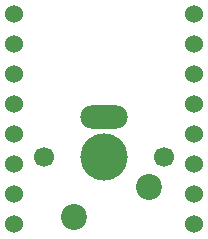
<source format=gbr>
%TF.GenerationSoftware,KiCad,Pcbnew,(5.99.0-9696-gdf2154a87a)*%
%TF.CreationDate,2021-08-30T13:51:52+09:00*%
%TF.ProjectId,tinypicokey,74696e79-7069-4636-9f6b-65792e6b6963,rev?*%
%TF.SameCoordinates,Original*%
%TF.FileFunction,Soldermask,Bot*%
%TF.FilePolarity,Negative*%
%FSLAX46Y46*%
G04 Gerber Fmt 4.6, Leading zero omitted, Abs format (unit mm)*
G04 Created by KiCad (PCBNEW (5.99.0-9696-gdf2154a87a)) date 2021-08-30 13:51:52*
%MOMM*%
%LPD*%
G01*
G04 APERTURE LIST*
%ADD10O,4.000000X2.000000*%
%ADD11C,1.700000*%
%ADD12C,4.000000*%
%ADD13C,2.200000*%
%ADD14C,1.524000*%
G04 APERTURE END LIST*
D10*
%TO.C,SW1*%
X102280000Y-87750000D03*
D11*
X107400000Y-91170000D03*
X97240000Y-91170000D03*
D12*
X102320000Y-91170000D03*
D13*
X99780000Y-96250000D03*
X106130000Y-93710000D03*
%TD*%
D14*
%TO.C,U1*%
X94680000Y-79060000D03*
X94680000Y-81600000D03*
X94680000Y-84140000D03*
X94680000Y-86680000D03*
X94680000Y-89220000D03*
X94680000Y-91760000D03*
X94680000Y-94300000D03*
X94680000Y-96840000D03*
X109920000Y-96840000D03*
X109920000Y-94300000D03*
X109920000Y-91760000D03*
X109920000Y-89220000D03*
X109920000Y-86680000D03*
X109920000Y-84140000D03*
X109920000Y-81600000D03*
X109920000Y-79060000D03*
%TD*%
M02*

</source>
